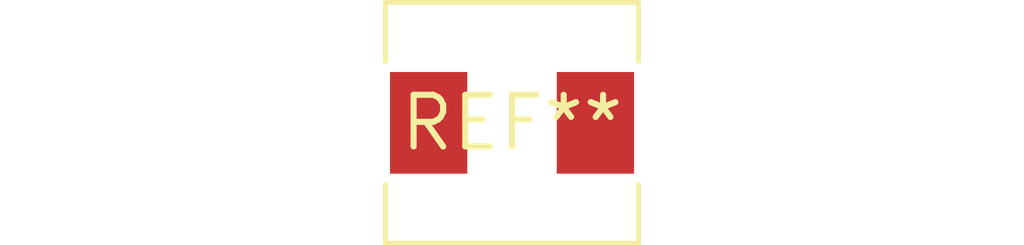
<source format=kicad_pcb>
(kicad_pcb (version 20240108) (generator pcbnew)
  (layers (0 "F.Cu" signal) (31 "B.Cu" signal) (34 "B.Paste" user) (35 "F.Paste" user) (36 "B.SilkS" user "B.Silkscreen") (37 "F.SilkS" user "F.Silkscreen") (38 "B.Mask" user) (39 "F.Mask" user) (44 "Edge.Cuts" user))
  (net 0 "")
  (footprint "L_Chilisin_BMRB00050512" (layer "F.Cu") (at 0 0)
    (property "Reference" "REF**")
    (property "Value" "L_Chilisin_BMRB00050512")
    (fp_line (start -3.11 -2.96) (end -3.11 -1.51) (layer "F.SilkS") (stroke (width 0.12)))
    (fp_line (start -3.11 -2.96) (end 3.11 -2.96) (layer "F.SilkS") (stroke (width 0.12)))
    (fp_line (start -3.11 2.96) (end -3.11 1.51) (layer "F.SilkS") (stroke (width 0.12)))
    (fp_line (start -3.11 2.96) (end 3.11 2.96) (layer "F.SilkS") (stroke (width 0.12)))
    (fp_line (start 3.11 -2.96) (end 3.11 -1.51) (layer "F.SilkS") (stroke (width 0.12)))
    (fp_line (start 3.11 2.96) (end 3.11 1.51) (layer "F.SilkS") (stroke (width 0.12)))
    (pad "1" smd rect (at -2.05 0) (size 1.9 2.5) (layers "F.Cu" "F.Paste" "F.Mask"))
    (pad "2" smd rect (at 2.05 0) (size 1.9 2.5) (layers "F.Cu" "F.Paste" "F.Mask"))
  )
)
</source>
